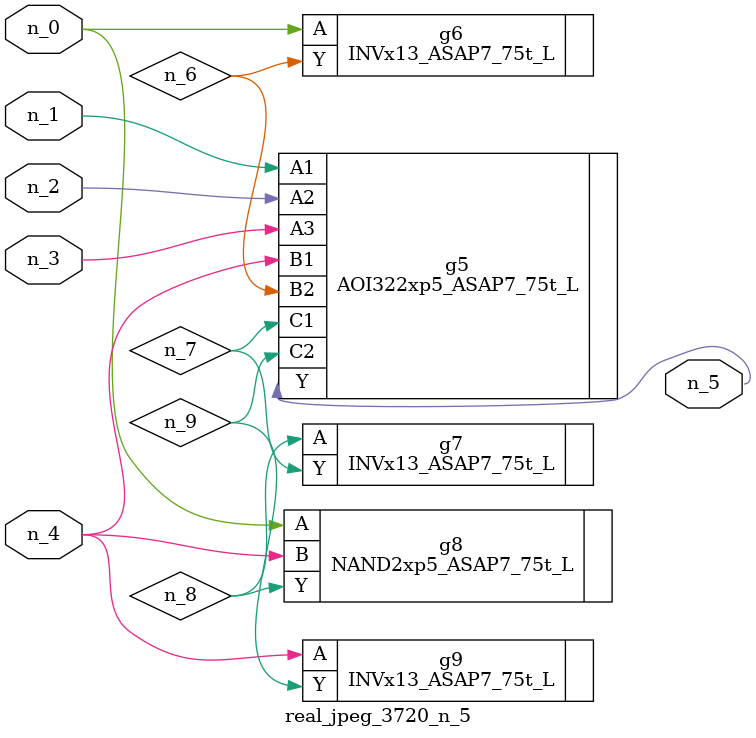
<source format=v>
module real_jpeg_3720_n_5 (n_4, n_0, n_1, n_2, n_3, n_5);

input n_4;
input n_0;
input n_1;
input n_2;
input n_3;

output n_5;

wire n_8;
wire n_6;
wire n_7;
wire n_9;

INVx13_ASAP7_75t_L g6 ( 
.A(n_0),
.Y(n_6)
);

NAND2xp5_ASAP7_75t_L g8 ( 
.A(n_0),
.B(n_4),
.Y(n_8)
);

AOI322xp5_ASAP7_75t_L g5 ( 
.A1(n_1),
.A2(n_2),
.A3(n_3),
.B1(n_4),
.B2(n_6),
.C1(n_7),
.C2(n_9),
.Y(n_5)
);

INVx13_ASAP7_75t_L g9 ( 
.A(n_4),
.Y(n_9)
);

INVx13_ASAP7_75t_L g7 ( 
.A(n_8),
.Y(n_7)
);


endmodule
</source>
